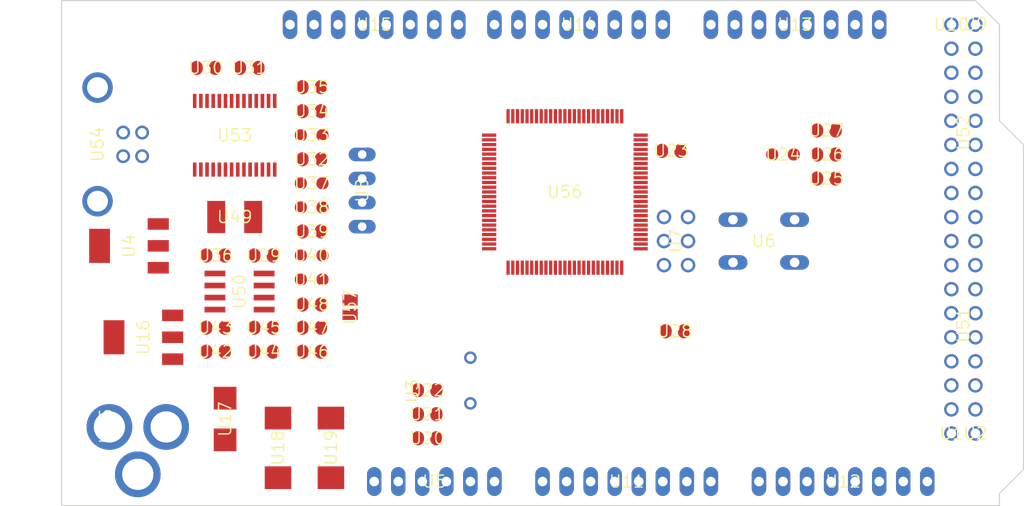
<source format=kicad_pcb>
(kicad_pcb (version 20221018) (generator pcbnew)
  (layers (0 "F.Cu" signal "Top") (31 "B.Cu" signal "Bottom") (34 "B.Paste" user) (35 "F.Paste" user) (36 "B.SilkS" user "B.Silkscreen") (37 "F.SilkS" user "F.Silkscreen") (38 "B.Mask" user) (39 "F.Mask" user) (44 "Edge.Cuts" user))
  (net 0 "")
  (net 1 "+5V")
  (net 2 "GND")
  (net 3 "N$6")
  (net 4 "N$7")
  (net 5 "AREF")
  (net 6 "RESET")
  (net 7 "VIN")
  (net 8 "N$3")
  (net 9 "PWRIN")
  (net 10 "M8RXD")
  (net 11 "M8TXD")
  (net 12 "ADC0")
  (net 13 "ADC2")
  (net 14 "ADC1")
  (net 15 "ADC3")
  (net 16 "ADC4")
  (net 17 "ADC5")
  (net 18 "ADC6")
  (net 19 "ADC7")
  (net 20 "+3V3")
  (net 21 "SDA")
  (net 22 "SCL")
  (net 23 "ADC9")
  (net 24 "ADC8")
  (net 25 "ADC10")
  (net 26 "ADC11")
  (net 27 "ADC12")
  (net 28 "ADC13")
  (net 29 "ADC14")
  (net 30 "ADC15")
  (net 31 "PB3")
  (net 32 "PB2")
  (net 33 "PB1")
  (net 34 "PB5")
  (net 35 "PB4")
  (net 36 "PE5")
  (net 37 "PE4")
  (net 38 "PE3")
  (net 39 "PE1")
  (net 40 "PE0")
  (net 41 "N$15")
  (net 42 "N$53")
  (net 43 "N$54")
  (net 44 "N$55")
  (net 45 "D-")
  (net 46 "D+")
  (net 47 "N$60")
  (net 48 "DTR")
  (net 49 "USBVCC")
  (net 50 "N$2")
  (net 51 "N$4")
  (net 52 "GATE_CMD")
  (net 53 "CMP")
  (net 54 "PB6")
  (net 55 "PH3")
  (net 56 "PH4")
  (net 57 "PH5")
  (net 58 "PH6")
  (net 59 "PG5")
  (net 60 "RXD1")
  (net 61 "TXD1")
  (net 62 "RXD2")
  (net 63 "RXD3")
  (net 64 "TXD2")
  (net 65 "TXD3")
  (net 66 "PC0")
  (net 67 "PC1")
  (net 68 "PC2")
  (net 69 "PC3")
  (net 70 "PC4")
  (net 71 "PC5")
  (net 72 "PC6")
  (net 73 "PC7")
  (net 74 "PB0")
  (net 75 "PG0")
  (net 76 "PG1")
  (net 77 "PG2")
  (net 78 "PD7")
  (net 79 "PA0")
  (net 80 "PA1")
  (net 81 "PA2")
  (net 82 "PA3")
  (net 83 "PA4")
  (net 84 "PA5")
  (net 85 "PA6")
  (net 86 "PA7")
  (net 87 "PL0")
  (net 88 "PL1")
  (net 89 "PL2")
  (net 90 "PL3")
  (net 91 "PL4")
  (net 92 "PL5")
  (net 93 "PL6")
  (net 94 "PL7")
  (net 95 "PB7")
  (net 96 "CTS")
  (net 97 "DSR")
  (net 98 "DCD")
  (net 99 "RI")
  (footprint "Arduino_MEGA_Reference_Design:2X03" (layer "F.Cu") (at 162.5981 103.7336 -90)
    (fp_text reference "U7")
    (fp_text value "")
  )
  (footprint "Arduino_MEGA_Reference_Design:1X08" (layer "F.Cu") (at 152.3111 80.8736 180)
    (fp_text reference "U14")
    (fp_text value "")
  )
  (footprint "Arduino_MEGA_Reference_Design:1X08" (layer "F.Cu") (at 130.7211 80.8736 180)
    (fp_text reference "U15")
    (fp_text value "")
  )
  (footprint "Arduino_MEGA_Reference_Design:SMC_D" (layer "F.Cu") (at 120.5611 125.5776 -90)
    (fp_text reference "U18")
    (fp_text value "")
  )
  (footprint "Arduino_MEGA_Reference_Design:SMC_D" (layer "F.Cu") (at 126.1491 125.5776 -90)
    (fp_text reference "U19")
    (fp_text value "")
  )
  (footprint "Arduino_MEGA_Reference_Design:B3F-10XX" (layer "F.Cu") (at 171.8691 103.7336 180)
    (fp_text reference "U6")
    (fp_text value "")
  )
  (footprint "Arduino_MEGA_Reference_Design:0805RND" (layer "F.Cu") (at 173.9011 94.5896 180)
    (fp_text reference "U24")
    (fp_text value "")
  )
  (footprint "Arduino_MEGA_Reference_Design:SMB" (layer "F.Cu") (at 114.9731 122.5296 -90)
    (fp_text reference "U17")
    (fp_text value "")
  )
  (footprint "Arduino_MEGA_Reference_Design:DC-21MM" (layer "F.Cu") (at 103.0351 123.2916 90)
    (fp_text reference "U55")
    (fp_text value "")
  )
  (footprint "Arduino_MEGA_Reference_Design:HC49_S" (layer "F.Cu") (at 140.8811 118.4656 90)
    (fp_text reference "U3")
    (fp_text value "")
  )
  (footprint "Arduino_MEGA_Reference_Design:SOT223" (layer "F.Cu") (at 106.3371 113.8936 90)
    (fp_text reference "U16")
    (fp_text value "")
  )
  (footprint "Arduino_MEGA_Reference_Design:1X06" (layer "F.Cu") (at 137.0711 129.1336)
    (fp_text reference "U5")
    (fp_text value "")
  )
  (footprint "Arduino_MEGA_Reference_Design:C0805RND" (layer "F.Cu") (at 124.1171 87.4776)
    (fp_text reference "U35")
    (fp_text value "")
  )
  (footprint "Arduino_MEGA_Reference_Design:C0805RND" (layer "F.Cu") (at 162.4711 113.2586)
    (fp_text reference "U28")
    (fp_text value "")
  )
  (footprint "Arduino_MEGA_Reference_Design:C0805RND" (layer "F.Cu") (at 136.3091 122.0216)
    (fp_text reference "U21")
    (fp_text value "")
  )
  (footprint "Arduino_MEGA_Reference_Design:C0805RND" (layer "F.Cu") (at 136.3091 119.4816)
    (fp_text reference "U22")
    (fp_text value "")
  )
  (footprint "Arduino_MEGA_Reference_Design:C0805RND" (layer "F.Cu") (at 113.9571 112.8776)
    (fp_text reference "U43")
    (fp_text value "")
  )
  (footprint "Arduino_MEGA_Reference_Design:RCL_0805RND" (layer "F.Cu") (at 124.1171 105.2576)
    (fp_text reference "U40")
    (fp_text value "")
  )
  (footprint "Arduino_MEGA_Reference_Design:RCL_0805RND" (layer "F.Cu") (at 124.1171 107.7976)
    (fp_text reference "U41")
    (fp_text value "")
  )
  (footprint "Arduino_MEGA_Reference_Design:1X08" (layer "F.Cu") (at 157.3911 129.1336)
    (fp_text reference "U11")
    (fp_text value "")
  )
  (footprint "Arduino_MEGA_Reference_Design:1X08" (layer "F.Cu") (at 175.1711 80.8736 180)
    (fp_text reference "U13")
    (fp_text value "")
  )
  (footprint "Arduino_MEGA_Reference_Design:R0805RND" (layer "F.Cu") (at 178.4731 94.5896 180)
    (fp_text reference "U26")
    (fp_text value "")
  )
  (footprint "Arduino_MEGA_Reference_Design:R0805RND" (layer "F.Cu") (at 178.4731 92.0496 180)
    (fp_text reference "U27")
    (fp_text value "")
  )
  (footprint "Arduino_MEGA_Reference_Design:TQFP100" (layer "F.Cu") (at 150.86109924316406 98.54749298095703 0)
    (fp_text reference "U56")
    (fp_text value "")
  )
  (footprint "Arduino_MEGA_Reference_Design:C0805RND" (layer "F.Cu") (at 162.0901 94.2086 180)
    (fp_text reference "U23")
    (fp_text value "")
  )
  (footprint "Arduino_MEGA_Reference_Design:C0805RND" (layer "F.Cu") (at 136.3091 124.5616)
    (fp_text reference "U20")
    (fp_text value "")
  )
  (footprint "Arduino_MEGA_Reference_Design:1X08" (layer "F.Cu") (at 180.2511 129.1336)
    (fp_text reference "U12")
    (fp_text value "")
  )
  (footprint "Arduino_MEGA_Reference_Design:R0805RND" (layer "F.Cu") (at 124.1171 112.8776)
    (fp_text reference "U47")
    (fp_text value "")
  )
  (footprint "Arduino_MEGA_Reference_Design:C0805RND" (layer "F.Cu") (at 124.1171 115.4176)
    (fp_text reference "U46")
    (fp_text value "")
  )
  (footprint "Arduino_MEGA_Reference_Design:C0805RND" (layer "F.Cu") (at 113.9571 105.2576)
    (fp_text reference "U36")
    (fp_text value "")
  )
  (footprint "Arduino_MEGA_Reference_Design:C0805RND" (layer "F.Cu") (at 112.9411 85.4456)
    (fp_text reference "U30")
    (fp_text value "")
  )
  (footprint "Arduino_MEGA_Reference_Design:0805RND" (layer "F.Cu") (at 124.1171 100.1776 180)
    (fp_text reference "U38")
    (fp_text value "")
  )
  (footprint "Arduino_MEGA_Reference_Design:0805RND" (layer "F.Cu") (at 124.1171 97.6376 180)
    (fp_text reference "U37")
    (fp_text value "")
  )
  (footprint "Arduino_MEGA_Reference_Design:R0805RND" (layer "F.Cu") (at 124.1171 95.0976)
    (fp_text reference "U32")
    (fp_text value "")
  )
  (footprint "Arduino_MEGA_Reference_Design:R0805RND" (layer "F.Cu") (at 124.1171 102.7176)
    (fp_text reference "U39")
    (fp_text value "")
  )
  (footprint "Arduino_MEGA_Reference_Design:SSOP28" (layer "F.Cu") (at 115.9891 92.5576)
    (fp_text reference "U53")
    (fp_text value "")
  )
  (footprint "Arduino_MEGA_Reference_Design:PN61729" (layer "F.Cu") (at 98.9584 93.5228 -90)
    (fp_text reference "U54")
    (fp_text value "")
  )
  (footprint "Arduino_MEGA_Reference_Design:L1812" (layer "F.Cu") (at 115.9891 101.1936)
    (fp_text reference "U49")
    (fp_text value "")
  )
  (footprint "Arduino_MEGA_Reference_Design:C0805RND" (layer "F.Cu") (at 117.5131 85.4456)
    (fp_text reference "U31")
    (fp_text value "")
  )
  (footprint "Arduino_MEGA_Reference_Design:0805RND" (layer "F.Cu") (at 124.1171 92.5576 180)
    (fp_text reference "U33")
    (fp_text value "")
  )
  (footprint "Arduino_MEGA_Reference_Design:R0805RND" (layer "F.Cu") (at 124.1171 90.0176 180)
    (fp_text reference "U34")
    (fp_text value "")
  )
  (footprint "Arduino_MEGA_Reference_Design:C0805RND" (layer "F.Cu") (at 124.1171 110.4392 180)
    (fp_text reference "U48")
    (fp_text value "")
  )
  (footprint "Arduino_MEGA_Reference_Design:SOT223" (layer "F.Cu") (at 104.8131 104.2416 90)
    (fp_text reference "U4")
    (fp_text value "")
  )
  (footprint "Arduino_MEGA_Reference_Design:SO08" (layer "F.Cu") (at 116.4971 109.0676 -90)
    (fp_text reference "U50")
    (fp_text value "")
  )
  (footprint "Arduino_MEGA_Reference_Design:R0805RND" (layer "F.Cu") (at 113.9571 115.4176 180)
    (fp_text reference "U42")
    (fp_text value "")
  )
  (footprint "Arduino_MEGA_Reference_Design:R0805RND" (layer "F.Cu") (at 119.0371 112.8776 180)
    (fp_text reference "U45")
    (fp_text value "")
  )
  (footprint "Arduino_MEGA_Reference_Design:C0805RND" (layer "F.Cu") (at 119.0371 115.4176 180)
    (fp_text reference "U44")
    (fp_text value "")
  )
  (footprint "Arduino_MEGA_Reference_Design:C0805RND" (layer "F.Cu") (at 119.0371 105.2576)
    (fp_text reference "U29")
    (fp_text value "")
  )
  (footprint "Arduino_MEGA_Reference_Design:2X08" (layer "F.Cu") (at 192.9511 92.3036 90)
    (fp_text reference "U52")
    (fp_text value "")
  )
  (footprint "Arduino_MEGA_Reference_Design:2X08" (layer "F.Cu") (at 192.9511 112.6236 90)
    (fp_text reference "U51")
    (fp_text value "")
  )
  (footprint "Arduino_MEGA_Reference_Design:R0805RND" (layer "F.Cu") (at 178.4731 97.1296 180)
    (fp_text reference "U25")
    (fp_text value "")
  )
  (footprint "Arduino_MEGA_Reference_Design:1X01" (layer "F.Cu") (at 191.6811 80.8736)
    (fp_text reference "U10")
    (fp_text value "")
  )
  (footprint "Arduino_MEGA_Reference_Design:1X01" (layer "F.Cu") (at 194.2211 80.8736)
    (fp_text reference "U9")
    (fp_text value "")
  )
  (footprint "Arduino_MEGA_Reference_Design:1X01" (layer "F.Cu") (at 191.6811 124.0536)
    (fp_text reference "U1")
    (fp_text value "")
  )
  (footprint "Arduino_MEGA_Reference_Design:1X01" (layer "F.Cu") (at 194.2211 124.0536)
    (fp_text reference "U2")
    (fp_text value "")
  )
  (footprint "Arduino_MEGA_Reference_Design:SJ" (layer "F.Cu") (at 128.1811 110.7186 -90)
    (fp_text reference "U57")
    (fp_text value "")
  )
  (footprint "Arduino_MEGA_Reference_Design:JP4" (layer "F.Cu") (at 129.4511 98.3996 -90)
    (fp_text reference "U8")
    (fp_text value "")
  )
  (gr_line (start 196.7611 80.8736) (end 196.7611 91.0336) (layer "Edge.Cuts") (width 0.12))
  (gr_line (start 196.7611 130.4036) (end 196.7611 131.6736) (layer "Edge.Cuts") (width 0.12))
  (gr_line (start 194.2211 78.3336) (end 196.7611 80.8736) (layer "Edge.Cuts") (width 0.12))
  (gr_line (start 97.7011 78.3336) (end 194.2211 78.3336) (layer "Edge.Cuts") (width 0.12))
  (gr_line (start 196.7611 91.0336) (end 199.3011 93.5736) (layer "Edge.Cuts") (width 0.12))
  (gr_line (start 97.7011 131.6736) (end 97.7011 78.3336) (layer "Edge.Cuts") (width 0.12))
  (gr_line (start 196.7611 131.6736) (end 97.7011 131.6736) (layer "Edge.Cuts") (width 0.12))
  (gr_line (start 199.3011 93.5736) (end 199.3011 127.8636) (layer "Edge.Cuts") (width 0.12))
  (gr_line (start 199.3011 127.8636) (end 196.7611 130.4036) (layer "Edge.Cuts") (width 0.12))
)
</source>
